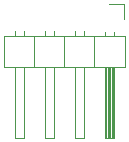
<source format=gbr>
%TF.GenerationSoftware,KiCad,Pcbnew,8.0.3*%
%TF.CreationDate,2024-06-07T01:51:14+12:00*%
%TF.ProjectId,toggle_switch_breakout,746f6767-6c65-45f7-9377-697463685f62,0.1.0*%
%TF.SameCoordinates,Original*%
%TF.FileFunction,Legend,Top*%
%TF.FilePolarity,Positive*%
%FSLAX46Y46*%
G04 Gerber Fmt 4.6, Leading zero omitted, Abs format (unit mm)*
G04 Created by KiCad (PCBNEW 8.0.3) date 2024-06-07 01:51:14*
%MOMM*%
%LPD*%
G01*
G04 APERTURE LIST*
%ADD10C,0.120000*%
G04 APERTURE END LIST*
D10*
%TO.C,J1*%
X94850000Y-61825200D02*
X94850000Y-64485200D01*
X94850000Y-64485200D02*
X105130000Y-64485200D01*
X95800000Y-61428129D02*
X95800000Y-61825200D01*
X95800000Y-70485200D02*
X95800000Y-64485200D01*
X96560000Y-61428129D02*
X96560000Y-61825200D01*
X96560000Y-64485200D02*
X96560000Y-70485200D01*
X96560000Y-70485200D02*
X95800000Y-70485200D01*
X97450000Y-61825200D02*
X97450000Y-64485200D01*
X98340000Y-61428129D02*
X98340000Y-61825200D01*
X98340000Y-70485200D02*
X98340000Y-64485200D01*
X99100000Y-61428129D02*
X99100000Y-61825200D01*
X99100000Y-64485200D02*
X99100000Y-70485200D01*
X99100000Y-70485200D02*
X98340000Y-70485200D01*
X99990000Y-61825200D02*
X99990000Y-64485200D01*
X100880000Y-61428129D02*
X100880000Y-61825200D01*
X100880000Y-70485200D02*
X100880000Y-64485200D01*
X101640000Y-61428129D02*
X101640000Y-61825200D01*
X101640000Y-64485200D02*
X101640000Y-70485200D01*
X101640000Y-70485200D02*
X100880000Y-70485200D01*
X102530000Y-61825200D02*
X102530000Y-64485200D01*
X103420000Y-61495200D02*
X103420000Y-61825200D01*
X103420000Y-70485200D02*
X103420000Y-64485200D01*
X103520000Y-64485200D02*
X103520000Y-70485200D01*
X103640000Y-64485200D02*
X103640000Y-70485200D01*
X103760000Y-64485200D02*
X103760000Y-70485200D01*
X103800000Y-59115200D02*
X105070000Y-59115200D01*
X103880000Y-64485200D02*
X103880000Y-70485200D01*
X104000000Y-64485200D02*
X104000000Y-70485200D01*
X104120000Y-64485200D02*
X104120000Y-70485200D01*
X104180000Y-61495200D02*
X104180000Y-61825200D01*
X104180000Y-64485200D02*
X104180000Y-70485200D01*
X104180000Y-70485200D02*
X103420000Y-70485200D01*
X105070000Y-59115200D02*
X105070000Y-60385200D01*
X105130000Y-61825200D02*
X94850000Y-61825200D01*
X105130000Y-64485200D02*
X105130000Y-61825200D01*
%TD*%
M02*

</source>
